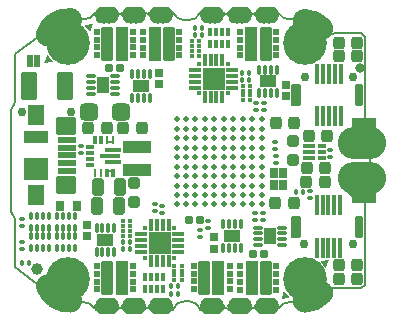
<source format=gbr>
G04 #@! TF.GenerationSoftware,KiCad,Pcbnew,6.0.4-6f826c9f35~116~ubuntu18.04.1*
G04 #@! TF.CreationDate,2022-03-27T23:11:54+02:00*
G04 #@! TF.ProjectId,ultimateFC,756c7469-6d61-4746-9546-432e6b696361,rev?*
G04 #@! TF.SameCoordinates,Original*
G04 #@! TF.FileFunction,Soldermask,Bot*
G04 #@! TF.FilePolarity,Negative*
%FSLAX46Y46*%
G04 Gerber Fmt 4.6, Leading zero omitted, Abs format (unit mm)*
G04 Created by KiCad (PCBNEW 6.0.4-6f826c9f35~116~ubuntu18.04.1) date 2022-03-27 23:11:54*
%MOMM*%
%LPD*%
G01*
G04 APERTURE LIST*
G04 Aperture macros list*
%AMRoundRect*
0 Rectangle with rounded corners*
0 $1 Rounding radius*
0 $2 $3 $4 $5 $6 $7 $8 $9 X,Y pos of 4 corners*
0 Add a 4 corners polygon primitive as box body*
4,1,4,$2,$3,$4,$5,$6,$7,$8,$9,$2,$3,0*
0 Add four circle primitives for the rounded corners*
1,1,$1+$1,$2,$3*
1,1,$1+$1,$4,$5*
1,1,$1+$1,$6,$7*
1,1,$1+$1,$8,$9*
0 Add four rect primitives between the rounded corners*
20,1,$1+$1,$2,$3,$4,$5,0*
20,1,$1+$1,$4,$5,$6,$7,0*
20,1,$1+$1,$6,$7,$8,$9,0*
20,1,$1+$1,$8,$9,$2,$3,0*%
%AMFreePoly0*
4,1,13,0.014884,0.386047,0.026047,0.374884,0.346047,-0.185116,0.348943,-0.207893,0.334884,-0.226047,0.320000,-0.230000,-0.320000,-0.230000,-0.341213,-0.221213,-0.350000,-0.200000,-0.346047,-0.185116,-0.026047,0.374884,-0.007894,0.388943,0.014884,0.386047,0.014884,0.386047,$1*%
G04 Aperture macros list end*
%ADD10C,2.000000*%
G04 #@! TA.AperFunction,Profile*
%ADD11C,0.200000*%
G04 #@! TD*
%ADD12C,3.700000*%
%ADD13O,0.500000X0.500000*%
%ADD14O,2.100000X1.400000*%
%ADD15RoundRect,0.050000X0.000000X-0.353553X0.353553X0.000000X0.000000X0.353553X-0.353553X0.000000X0*%
%ADD16O,4.100000X2.700000*%
%ADD17RoundRect,0.050000X-1.000000X-1.000000X1.000000X-1.000000X1.000000X1.000000X-1.000000X1.000000X0*%
%ADD18O,3.100000X2.100000*%
%ADD19FreePoly0,305.000000*%
%ADD20FreePoly0,135.000000*%
%ADD21FreePoly0,130.000000*%
%ADD22FreePoly0,70.000000*%
%ADD23C,0.750000*%
%ADD24RoundRect,0.268750X-0.218750X-0.256250X0.218750X-0.256250X0.218750X0.256250X-0.218750X0.256250X0*%
%ADD25RoundRect,0.268750X-0.256250X0.218750X-0.256250X-0.218750X0.256250X-0.218750X0.256250X0.218750X0*%
%ADD26RoundRect,0.050000X-0.225000X0.225000X-0.225000X-0.225000X0.225000X-0.225000X0.225000X0.225000X0*%
%ADD27RoundRect,0.050000X-0.450000X1.380000X-0.450000X-1.380000X0.450000X-1.380000X0.450000X1.380000X0*%
%ADD28RoundRect,0.050000X-0.485000X1.380000X-0.485000X-1.380000X0.485000X-1.380000X0.485000X1.380000X0*%
%ADD29RoundRect,0.197500X0.172500X-0.147500X0.172500X0.147500X-0.172500X0.147500X-0.172500X-0.147500X0*%
%ADD30RoundRect,0.112500X0.062500X-0.287500X0.062500X0.287500X-0.062500X0.287500X-0.062500X-0.287500X0*%
%ADD31RoundRect,0.050000X0.650000X-0.450000X0.650000X0.450000X-0.650000X0.450000X-0.650000X-0.450000X0*%
%ADD32RoundRect,0.112500X0.287500X0.062500X-0.287500X0.062500X-0.287500X-0.062500X0.287500X-0.062500X0*%
%ADD33RoundRect,0.050000X0.450000X0.650000X-0.450000X0.650000X-0.450000X-0.650000X0.450000X-0.650000X0*%
%ADD34RoundRect,0.050000X0.225000X-0.225000X0.225000X0.225000X-0.225000X0.225000X-0.225000X-0.225000X0*%
%ADD35RoundRect,0.050000X0.450000X-1.380000X0.450000X1.380000X-0.450000X1.380000X-0.450000X-1.380000X0*%
%ADD36RoundRect,0.050000X0.485000X-1.380000X0.485000X1.380000X-0.485000X1.380000X-0.485000X-1.380000X0*%
%ADD37RoundRect,0.197500X0.147500X0.172500X-0.147500X0.172500X-0.147500X-0.172500X0.147500X-0.172500X0*%
%ADD38RoundRect,0.300000X0.412500X0.925000X-0.412500X0.925000X-0.412500X-0.925000X0.412500X-0.925000X0*%
%ADD39RoundRect,0.080000X-0.120000X0.220000X-0.120000X-0.220000X0.120000X-0.220000X0.120000X0.220000X0*%
%ADD40RoundRect,0.080000X0.120000X-0.220000X0.120000X0.220000X-0.120000X0.220000X-0.120000X-0.220000X0*%
%ADD41RoundRect,0.197500X-0.172500X0.147500X-0.172500X-0.147500X0.172500X-0.147500X0.172500X0.147500X0*%
%ADD42RoundRect,0.197500X-0.147500X-0.172500X0.147500X-0.172500X0.147500X0.172500X-0.147500X0.172500X0*%
%ADD43RoundRect,0.125000X-0.125000X0.075000X-0.125000X-0.075000X0.125000X-0.075000X0.125000X0.075000X0*%
%ADD44RoundRect,0.130000X0.320000X0.820000X-0.320000X0.820000X-0.320000X-0.820000X0.320000X-0.820000X0*%
%ADD45RoundRect,0.105000X-0.220000X-0.845000X0.220000X-0.845000X0.220000X0.845000X-0.220000X0.845000X0*%
%ADD46RoundRect,0.080000X0.120000X0.770000X-0.120000X0.770000X-0.120000X-0.770000X0.120000X-0.770000X0*%
%ADD47RoundRect,0.080000X-0.120000X-0.770000X0.120000X-0.770000X0.120000X0.770000X-0.120000X0.770000X0*%
%ADD48RoundRect,0.070000X0.130000X-0.080000X0.130000X0.080000X-0.130000X0.080000X-0.130000X-0.080000X0*%
%ADD49RoundRect,0.070000X-0.130000X0.080000X-0.130000X-0.080000X0.130000X-0.080000X0.130000X0.080000X0*%
%ADD50RoundRect,0.050000X-0.150000X0.150000X-0.150000X-0.150000X0.150000X-0.150000X0.150000X0.150000X0*%
%ADD51RoundRect,0.050000X-0.150000X0.450000X-0.150000X-0.450000X0.150000X-0.450000X0.150000X0.450000X0*%
%ADD52RoundRect,0.050000X0.450000X0.150000X-0.450000X0.150000X-0.450000X-0.150000X0.450000X-0.150000X0*%
%ADD53RoundRect,0.050000X-0.900000X0.900000X-0.900000X-0.900000X0.900000X-0.900000X0.900000X0.900000X0*%
%ADD54RoundRect,0.112500X-0.062500X0.287500X-0.062500X-0.287500X0.062500X-0.287500X0.062500X0.287500X0*%
%ADD55RoundRect,0.050000X-0.650000X0.450000X-0.650000X-0.450000X0.650000X-0.450000X0.650000X0.450000X0*%
%ADD56RoundRect,0.112500X-0.287500X-0.062500X0.287500X-0.062500X0.287500X0.062500X-0.287500X0.062500X0*%
%ADD57RoundRect,0.050000X-0.450000X-0.650000X0.450000X-0.650000X0.450000X0.650000X-0.450000X0.650000X0*%
%ADD58RoundRect,0.050000X0.690000X-0.225000X0.690000X0.225000X-0.690000X0.225000X-0.690000X-0.225000X0*%
%ADD59RoundRect,0.050000X0.950000X-0.900000X0.950000X0.900000X-0.950000X0.900000X-0.950000X-0.900000X0*%
%ADD60RoundRect,0.050000X0.950000X-0.500000X0.950000X0.500000X-0.950000X0.500000X-0.950000X-0.500000X0*%
%ADD61RoundRect,0.050000X0.650000X-0.825000X0.650000X0.825000X-0.650000X0.825000X-0.650000X-0.825000X0*%
%ADD62RoundRect,0.121250X0.703750X-0.641250X0.703750X0.641250X-0.703750X0.641250X-0.703750X-0.641250X0*%
%ADD63RoundRect,0.050000X0.150000X-0.150000X0.150000X0.150000X-0.150000X0.150000X-0.150000X-0.150000X0*%
%ADD64RoundRect,0.050000X0.150000X-0.450000X0.150000X0.450000X-0.150000X0.450000X-0.150000X-0.450000X0*%
%ADD65RoundRect,0.050000X-0.450000X-0.150000X0.450000X-0.150000X0.450000X0.150000X-0.450000X0.150000X0*%
%ADD66RoundRect,0.050000X0.900000X-0.900000X0.900000X0.900000X-0.900000X0.900000X-0.900000X-0.900000X0*%
%ADD67RoundRect,0.268750X0.218750X0.256250X-0.218750X0.256250X-0.218750X-0.256250X0.218750X-0.256250X0*%
%ADD68RoundRect,0.125000X0.125000X-0.075000X0.125000X0.075000X-0.125000X0.075000X-0.125000X-0.075000X0*%
%ADD69RoundRect,0.125000X0.075000X0.125000X-0.075000X0.125000X-0.075000X-0.125000X0.075000X-0.125000X0*%
%ADD70RoundRect,0.125000X-0.075000X-0.125000X0.075000X-0.125000X0.075000X0.125000X-0.075000X0.125000X0*%
%ADD71RoundRect,0.050000X0.150000X-0.250000X0.150000X0.250000X-0.150000X0.250000X-0.150000X-0.250000X0*%
%ADD72RoundRect,0.050000X-0.150000X0.250000X-0.150000X-0.250000X0.150000X-0.250000X0.150000X0.250000X0*%
%ADD73RoundRect,0.050000X0.300000X0.375000X-0.300000X0.375000X-0.300000X-0.375000X0.300000X-0.375000X0*%
%ADD74RoundRect,0.050000X-0.300000X-0.350000X0.300000X-0.350000X0.300000X0.350000X-0.300000X0.350000X0*%
%ADD75RoundRect,0.050000X0.200000X0.500000X-0.200000X0.500000X-0.200000X-0.500000X0.200000X-0.500000X0*%
%ADD76C,0.500000*%
%ADD77RoundRect,0.100000X0.250000X0.075000X-0.250000X0.075000X-0.250000X-0.075000X0.250000X-0.075000X0*%
%ADD78RoundRect,0.090000X0.460000X0.060000X-0.460000X0.060000X-0.460000X-0.060000X0.460000X-0.060000X0*%
%ADD79RoundRect,0.293750X0.243750X0.456250X-0.243750X0.456250X-0.243750X-0.456250X0.243750X-0.456250X0*%
%ADD80RoundRect,0.300000X0.450000X0.425000X-0.450000X0.425000X-0.450000X-0.425000X0.450000X-0.425000X0*%
%ADD81RoundRect,0.050000X1.150000X-0.425000X1.150000X0.425000X-1.150000X0.425000X-1.150000X-0.425000X0*%
%ADD82RoundRect,0.100000X0.250000X-0.075000X0.250000X0.075000X-0.250000X0.075000X-0.250000X-0.075000X0*%
%ADD83RoundRect,0.100000X-0.075000X-0.250000X0.075000X-0.250000X0.075000X0.250000X-0.075000X0.250000X0*%
%ADD84R,0.598000X0.248000*%
%ADD85RoundRect,0.051000X-0.075000X-0.250000X0.075000X-0.250000X0.075000X0.250000X-0.075000X0.250000X0*%
%ADD86RoundRect,0.049000X-0.075000X-0.250000X0.075000X-0.250000X0.075000X0.250000X-0.075000X0.250000X0*%
%ADD87RoundRect,0.020000X0.655000X-0.105000X0.655000X0.105000X-0.655000X0.105000X-0.655000X-0.105000X0*%
%ADD88RoundRect,0.020000X0.830000X-0.105000X0.830000X0.105000X-0.830000X0.105000X-0.830000X-0.105000X0*%
%ADD89RoundRect,0.100000X0.075000X0.250000X-0.075000X0.250000X-0.075000X-0.250000X0.075000X-0.250000X0*%
%ADD90RoundRect,0.051000X0.075000X0.250000X-0.075000X0.250000X-0.075000X-0.250000X0.075000X-0.250000X0*%
%ADD91RoundRect,0.049000X0.075000X0.250000X-0.075000X0.250000X-0.075000X-0.250000X0.075000X-0.250000X0*%
%ADD92C,0.800000*%
%ADD93C,1.000000*%
G04 APERTURE END LIST*
D10*
X193900024Y-60799980D02*
G75*
G03*
X192498992Y-60155317I-1401324J-1200720D01*
G01*
X192500000Y-83850004D02*
G75*
G03*
X193901008Y-83205317I-300J1845304D01*
G01*
X170760111Y-82614891D02*
G75*
G03*
X172641421Y-83838478I1739389J616291D01*
G01*
X172631284Y-60076407D02*
G75*
G03*
X170750000Y-61300000I-141884J-1839893D01*
G01*
D11*
X198000000Y-73000000D02*
X196820000Y-73000000D01*
X196820000Y-74600000D02*
X197020000Y-74600000D01*
X197020000Y-74600000D02*
X197600000Y-74600000D01*
X196020000Y-73800000D02*
G75*
G03*
X196820000Y-74600000I800000J0D01*
G01*
X196820000Y-73000000D02*
G75*
G03*
X196020000Y-73800000I0J-800000D01*
G01*
X180080000Y-59950000D02*
X180570000Y-59949602D01*
X180570000Y-59949600D02*
G75*
G03*
X180820000Y-59699602I0J250000D01*
G01*
X180820000Y-59400000D02*
X181340000Y-59400000D01*
X180820000Y-59400000D02*
X180820000Y-59699602D01*
X179819800Y-59700000D02*
G75*
G03*
X180080000Y-59950000I250200J0D01*
G01*
X196820000Y-69400000D02*
G75*
G03*
X196020000Y-70200000I0J-800000D01*
G01*
X197020000Y-69400000D02*
X197600000Y-69400000D01*
X196820000Y-69400000D02*
X197020000Y-69400000D01*
X182700000Y-60100000D02*
X182300000Y-60100000D01*
X181367432Y-59460994D02*
X181340000Y-59400000D01*
X181367432Y-59460994D02*
G75*
G03*
X182300000Y-60100000I932568J360994D01*
G01*
X179820000Y-59400000D02*
X179470000Y-59400000D01*
X179820000Y-59400000D02*
X179820000Y-59699602D01*
X179170000Y-59560555D02*
G75*
G03*
X179470000Y-59400000I0J360555D01*
G01*
X178260000Y-59949999D02*
G75*
G03*
X178520199Y-59700000I10000J249999D01*
G01*
X178260000Y-59950000D02*
X177780000Y-59950000D01*
X178520001Y-59400000D02*
X178520000Y-59699602D01*
X175960000Y-59949999D02*
G75*
G03*
X176220199Y-59700000I10000J249999D01*
G01*
X176220001Y-59400000D02*
X176220000Y-59699601D01*
X177519800Y-59700000D02*
G75*
G03*
X177780000Y-59950000I250200J0D01*
G01*
X177520000Y-59400000D02*
X177520000Y-59699602D01*
X175220000Y-59400000D02*
X175220000Y-59699602D01*
X175960000Y-59950000D02*
X175480000Y-59950000D01*
X175219800Y-59700000D02*
G75*
G03*
X175480000Y-59950000I250200J0D01*
G01*
X174698768Y-59536778D02*
X174675268Y-59549435D01*
X178520001Y-59400000D02*
X178870000Y-59400000D01*
X178869999Y-59400000D02*
G75*
G03*
X179169999Y-59560556I300001J200000D01*
G01*
X177520000Y-59400000D02*
X177170000Y-59400000D01*
X176870000Y-59560555D02*
G75*
G03*
X177170000Y-59400000I0J360555D01*
G01*
X176220001Y-59400000D02*
X176570000Y-59400000D01*
X176569999Y-59400000D02*
G75*
G03*
X176869999Y-59560556I300001J200000D01*
G01*
X174698768Y-59536778D02*
G75*
G03*
X174870001Y-59400000I-128768J336778D01*
G01*
X175220000Y-59400000D02*
X174870001Y-59400000D01*
X184180000Y-59400000D02*
X183660000Y-59400000D01*
X184920000Y-59949999D02*
G75*
G03*
X185180199Y-59700000I10000J249999D01*
G01*
X184180000Y-59400000D02*
X184180000Y-59699602D01*
X184179999Y-59699602D02*
G75*
G03*
X184430001Y-59949601I250001J2D01*
G01*
X184920000Y-59950000D02*
X184430000Y-59949602D01*
X185180000Y-59400000D02*
X185530000Y-59400000D01*
X185530000Y-59400000D02*
G75*
G03*
X185830000Y-59560555I300000J200000D01*
G01*
X185180000Y-59400000D02*
X185180000Y-59699601D01*
X188779999Y-59400000D02*
X188780000Y-59699601D01*
X186479800Y-59700000D02*
G75*
G03*
X186740000Y-59950000I250200J0D01*
G01*
X187480000Y-59400000D02*
X187480000Y-59699602D01*
X186740000Y-59950000D02*
X187219999Y-59950000D01*
X187219999Y-59949998D02*
G75*
G03*
X187480198Y-59700000I10001J249998D01*
G01*
X186479999Y-59400000D02*
X186480000Y-59699601D01*
X188779800Y-59700000D02*
G75*
G03*
X189040000Y-59950000I250200J0D01*
G01*
X189780000Y-59400000D02*
X189780000Y-59699602D01*
X189040000Y-59950000D02*
X189520000Y-59950000D01*
X186479999Y-59400000D02*
X186130000Y-59400000D01*
X189780000Y-59400000D02*
X190129999Y-59400000D01*
X188130001Y-59560555D02*
G75*
G03*
X188430000Y-59400000I-1J360555D01*
G01*
X189520000Y-59949999D02*
G75*
G03*
X189780199Y-59700000I10000J249999D01*
G01*
X187830000Y-59400000D02*
G75*
G03*
X188130001Y-59560555I300000J200000D01*
G01*
X187480000Y-59400000D02*
X187830000Y-59400000D01*
X190301232Y-59536777D02*
X190324732Y-59549435D01*
X185830002Y-59560555D02*
G75*
G03*
X186130000Y-59400000I-2J360555D01*
G01*
X190129999Y-59400000D02*
G75*
G03*
X190301232Y-59536778I300001J200000D01*
G01*
X188779999Y-59400000D02*
X188430000Y-59400000D01*
X183632567Y-59460994D02*
X183660000Y-59400000D01*
X182700000Y-60100000D02*
G75*
G03*
X183632568Y-59460994I0J1000000D01*
G01*
X180820000Y-84600000D02*
X181340000Y-84600000D01*
X180080000Y-84050001D02*
G75*
G03*
X179819801Y-84300000I-10000J-249999D01*
G01*
X180820000Y-84600000D02*
X180820000Y-84300398D01*
X180820002Y-84300398D02*
G75*
G03*
X180570000Y-84050398I-250002J-2D01*
G01*
X180080000Y-84050000D02*
X180570000Y-84050398D01*
X179820000Y-84600000D02*
X179470000Y-84600000D01*
X179470000Y-84600000D02*
G75*
G03*
X179170000Y-84439445I-300000J-200000D01*
G01*
X179820000Y-84600000D02*
X179820000Y-84300398D01*
X176220001Y-84600000D02*
X176220000Y-84300399D01*
X178520200Y-84300000D02*
G75*
G03*
X178260000Y-84050000I-250200J0D01*
G01*
X177520000Y-84600000D02*
X177520000Y-84300398D01*
X178260000Y-84050000D02*
X177780000Y-84050000D01*
X177780000Y-84050001D02*
G75*
G03*
X177519801Y-84300000I-10000J-249999D01*
G01*
X178520001Y-84600000D02*
X178520000Y-84300398D01*
X176220200Y-84300000D02*
G75*
G03*
X175960000Y-84050000I-250200J0D01*
G01*
X175220000Y-84600000D02*
X175220000Y-84300398D01*
X175960000Y-84050000D02*
X175480000Y-84050000D01*
X178520001Y-84600000D02*
X178870000Y-84600000D01*
X175220000Y-84600000D02*
X174870001Y-84600000D01*
X176869999Y-84439445D02*
G75*
G03*
X176570000Y-84600000I1J-360555D01*
G01*
X175480000Y-84050001D02*
G75*
G03*
X175219801Y-84300000I-10000J-249999D01*
G01*
X177170000Y-84600000D02*
G75*
G03*
X176870000Y-84439445I-300000J-200000D01*
G01*
X177520000Y-84600000D02*
X177170000Y-84600000D01*
X174698768Y-84463222D02*
X174675268Y-84450565D01*
X179169999Y-84439445D02*
G75*
G03*
X178870000Y-84600000I1J-360555D01*
G01*
X174870001Y-84600000D02*
G75*
G03*
X174698768Y-84463222I-300001J-200000D01*
G01*
X176220001Y-84600000D02*
X176570000Y-84600000D01*
X184180000Y-84600000D02*
X184180000Y-84300398D01*
X188779999Y-84600000D02*
X188780000Y-84300399D01*
X187480200Y-84300000D02*
G75*
G03*
X187219999Y-84050000I-250200J0D01*
G01*
X185180000Y-84600000D02*
X185180000Y-84300399D01*
X186740000Y-84050000D02*
X187219999Y-84050000D01*
X186479999Y-84600000D02*
X186480000Y-84300399D01*
X189040000Y-84050001D02*
G75*
G03*
X188779801Y-84300000I-10000J-249999D01*
G01*
X190301232Y-84463222D02*
G75*
G03*
X190129999Y-84600000I128768J-336778D01*
G01*
X186740000Y-84050001D02*
G75*
G03*
X186479801Y-84300000I-10000J-249999D01*
G01*
X189780000Y-84600000D02*
X190129999Y-84600000D01*
X188130001Y-84439445D02*
G75*
G03*
X187830000Y-84600000I-1J-360555D01*
G01*
X185830000Y-84439445D02*
G75*
G03*
X185530000Y-84600000I0J-360555D01*
G01*
X187480000Y-84600000D02*
X187480000Y-84300398D01*
X184430001Y-84050400D02*
G75*
G03*
X184180000Y-84300398I-1J-250000D01*
G01*
X188779999Y-84600000D02*
X188430000Y-84600000D01*
X188430001Y-84600000D02*
G75*
G03*
X188130001Y-84439444I-300001J-200000D01*
G01*
X189780200Y-84300000D02*
G75*
G03*
X189520000Y-84050000I-250200J0D01*
G01*
X184920000Y-84050000D02*
X184430000Y-84050398D01*
X184180000Y-84600000D02*
X183660000Y-84600000D01*
X187480000Y-84600000D02*
X187830000Y-84600000D01*
X186130001Y-84600000D02*
G75*
G03*
X185830002Y-84439444I-300001J-200000D01*
G01*
X183632568Y-84539006D02*
G75*
G03*
X182700000Y-83900000I-932568J-360994D01*
G01*
X185180200Y-84300000D02*
G75*
G03*
X184920000Y-84050000I-250200J0D01*
G01*
X189780000Y-84600000D02*
X189780000Y-84300398D01*
X189040000Y-84050000D02*
X189520000Y-84050000D01*
X186479999Y-84600000D02*
X186130000Y-84600000D01*
X190301232Y-84463223D02*
X190324732Y-84450565D01*
X185180000Y-84600000D02*
X185530000Y-84600000D01*
X183632567Y-84539006D02*
X183660000Y-84600000D01*
X181367432Y-84539006D02*
X181340000Y-84600000D01*
X182300000Y-83900000D02*
G75*
G03*
X181367432Y-84539006I0J-1000000D01*
G01*
X182700000Y-83900000D02*
X182300000Y-83900000D01*
X191250326Y-83968348D02*
G75*
G03*
X190324732Y-84450565I-50626J-1032252D01*
G01*
X195072693Y-82785418D02*
G75*
G03*
X194750000Y-82750000I-323893J-1463282D01*
G01*
X192624881Y-83994654D02*
X191250328Y-83968303D01*
X197600000Y-82500000D02*
X197300000Y-82800000D01*
X193403000Y-83584694D02*
X193469647Y-83471754D01*
X197600000Y-74600000D02*
X197600000Y-82500000D01*
X195150000Y-82800000D02*
X197300000Y-82800000D01*
X195072691Y-82785428D02*
X195150000Y-82800000D01*
X194750000Y-82749942D02*
G75*
G03*
X193469647Y-83471754I1300J-1498758D01*
G01*
X192624881Y-83994657D02*
G75*
G03*
X193403000Y-83584694I-21881J984957D01*
G01*
X171600020Y-83574985D02*
G75*
G03*
X172300790Y-83956406I771280J582585D01*
G01*
X172300002Y-60043627D02*
G75*
G03*
X171600000Y-60425000I71298J-963973D01*
G01*
X168000000Y-63000000D02*
X170250000Y-61250000D01*
X171531783Y-60529123D02*
X171600000Y-60425000D01*
X168000000Y-63000000D02*
X168000000Y-66750000D01*
X167600000Y-67700000D02*
X167600000Y-72150000D01*
X172300790Y-83956406D02*
X173799998Y-83967062D01*
X167706139Y-67555170D02*
G75*
G03*
X168000000Y-66750000I-956139J805170D01*
G01*
X171531783Y-83470877D02*
X171600000Y-83575000D01*
X168000000Y-81000000D02*
X170250000Y-82750000D01*
X174675305Y-84450540D02*
G75*
G03*
X173799998Y-83967062I-875005J-550060D01*
G01*
X172300790Y-60043594D02*
X173799998Y-60032938D01*
X171531783Y-83470877D02*
G75*
G03*
X170250000Y-82750000I-1281783J-779123D01*
G01*
X167600000Y-67700000D02*
X167706139Y-67555170D01*
X170250000Y-61250000D02*
G75*
G03*
X171531783Y-60529123I0J1500000D01*
G01*
X167600000Y-76300001D02*
X167600000Y-72150000D01*
X168000000Y-77250001D02*
G75*
G03*
X167706139Y-76444831I-1250000J1D01*
G01*
X168000000Y-81000000D02*
X168000000Y-77250001D01*
X167600000Y-76300001D02*
X167706139Y-76444831D01*
X173800000Y-60032894D02*
G75*
G03*
X174675268Y-59549437I300J1033494D01*
G01*
X193469697Y-60528216D02*
G75*
G03*
X194750000Y-61250000I1281603J776916D01*
G01*
X193402998Y-60415307D02*
G75*
G03*
X192624881Y-60005346I-799998J-574993D01*
G01*
X192624881Y-60005346D02*
X191250328Y-60031697D01*
X197600000Y-69400000D02*
X197600000Y-61500000D01*
X195150000Y-61200000D02*
X197300000Y-61200000D01*
X195072691Y-61214572D02*
X195150000Y-61200000D01*
X194750000Y-61249990D02*
G75*
G03*
X195072691Y-61214572I-1200J1498690D01*
G01*
X193403000Y-60415306D02*
X193469647Y-60528246D01*
X198000000Y-71000000D02*
X198000000Y-73000000D01*
X190324694Y-59549459D02*
G75*
G03*
X191250328Y-60031697I875006J550059D01*
G01*
X198000000Y-71000000D02*
X196820000Y-71000000D01*
X196020000Y-70200000D02*
G75*
G03*
X196820000Y-71000000I800000J0D01*
G01*
X197600000Y-61500000D02*
X197300000Y-61200000D01*
D10*
X193900024Y-60799980D02*
G75*
G03*
X192498992Y-60155317I-1401324J-1200720D01*
G01*
X192500000Y-83850004D02*
G75*
G03*
X193901008Y-83205317I-300J1845304D01*
G01*
X170760111Y-82614891D02*
G75*
G03*
X172641421Y-83838478I1739389J616291D01*
G01*
X172631284Y-60076407D02*
G75*
G03*
X170750000Y-61300000I-141884J-1839893D01*
G01*
D11*
X198000000Y-73000000D02*
X196820000Y-73000000D01*
X196820000Y-74600000D02*
X197020000Y-74600000D01*
X197020000Y-74600000D02*
X197600000Y-74600000D01*
X196020000Y-73800000D02*
G75*
G03*
X196820000Y-74600000I800000J0D01*
G01*
X196820000Y-73000000D02*
G75*
G03*
X196020000Y-73800000I0J-800000D01*
G01*
X180080000Y-59950000D02*
X180570000Y-59949602D01*
X180570000Y-59949600D02*
G75*
G03*
X180820000Y-59699602I0J250000D01*
G01*
X180820000Y-59400000D02*
X181340000Y-59400000D01*
X180820000Y-59400000D02*
X180820000Y-59699602D01*
X179819800Y-59700000D02*
G75*
G03*
X180080000Y-59950000I250200J0D01*
G01*
X196820000Y-69400000D02*
G75*
G03*
X196020000Y-70200000I0J-800000D01*
G01*
X197020000Y-69400000D02*
X197600000Y-69400000D01*
X196820000Y-69400000D02*
X197020000Y-69400000D01*
X182700000Y-60100000D02*
X182300000Y-60100000D01*
X181367432Y-59460994D02*
X181340000Y-59400000D01*
X181367432Y-59460994D02*
G75*
G03*
X182300000Y-60100000I932568J360994D01*
G01*
X179820000Y-59400000D02*
X179470000Y-59400000D01*
X179820000Y-59400000D02*
X179820000Y-59699602D01*
X179170000Y-59560555D02*
G75*
G03*
X179470000Y-59400000I0J360555D01*
G01*
X178260000Y-59949999D02*
G75*
G03*
X178520199Y-59700000I10000J249999D01*
G01*
X178260000Y-59950000D02*
X177780000Y-59950000D01*
X178520001Y-59400000D02*
X178520000Y-59699602D01*
X175960000Y-59949999D02*
G75*
G03*
X176220199Y-59700000I10000J249999D01*
G01*
X176220001Y-59400000D02*
X176220000Y-59699601D01*
X177519800Y-59700000D02*
G75*
G03*
X177780000Y-59950000I250200J0D01*
G01*
X177520000Y-59400000D02*
X177520000Y-59699602D01*
X175220000Y-59400000D02*
X175220000Y-59699602D01*
X175960000Y-59950000D02*
X175480000Y-59950000D01*
X175219800Y-59700000D02*
G75*
G03*
X175480000Y-59950000I250200J0D01*
G01*
X174698768Y-59536778D02*
X174675268Y-59549435D01*
X178520001Y-59400000D02*
X178870000Y-59400000D01*
X178869999Y-59400000D02*
G75*
G03*
X179169999Y-59560556I300001J200000D01*
G01*
X177520000Y-59400000D02*
X177170000Y-59400000D01*
X176870000Y-59560555D02*
G75*
G03*
X177170000Y-59400000I0J360555D01*
G01*
X176220001Y-59400000D02*
X176570000Y-59400000D01*
X176569999Y-59400000D02*
G75*
G03*
X176869999Y-59560556I300001J200000D01*
G01*
X174698768Y-59536778D02*
G75*
G03*
X174870001Y-59400000I-128768J336778D01*
G01*
X175220000Y-59400000D02*
X174870001Y-59400000D01*
X184180000Y-59400000D02*
X183660000Y-59400000D01*
X184920000Y-59949999D02*
G75*
G03*
X185180199Y-59700000I10000J249999D01*
G01*
X184180000Y-59400000D02*
X184180000Y-59699602D01*
X184179999Y-59699602D02*
G75*
G03*
X184430001Y-59949601I250001J2D01*
G01*
X184920000Y-59950000D02*
X184430000Y-59949602D01*
X185180000Y-59400000D02*
X185530000Y-59400000D01*
X185530000Y-59400000D02*
G75*
G03*
X185830000Y-59560555I300000J200000D01*
G01*
X185180000Y-59400000D02*
X185180000Y-59699601D01*
X188779999Y-59400000D02*
X188780000Y-59699601D01*
X186479800Y-59700000D02*
G75*
G03*
X186740000Y-59950000I250200J0D01*
G01*
X187480000Y-59400000D02*
X187480000Y-59699602D01*
X186740000Y-59950000D02*
X187219999Y-59950000D01*
X187219999Y-59949998D02*
G75*
G03*
X187480198Y-59700000I10001J249998D01*
G01*
X186479999Y-59400000D02*
X186480000Y-59699601D01*
X188779800Y-59700000D02*
G75*
G03*
X189040000Y-59950000I250200J0D01*
G01*
X189780000Y-59400000D02*
X189780000Y-59699602D01*
X189040000Y-59950000D02*
X189520000Y-59950000D01*
X186479999Y-59400000D02*
X186130000Y-59400000D01*
X189780000Y-59400000D02*
X190129999Y-59400000D01*
X188130001Y-59560555D02*
G75*
G03*
X188430000Y-59400000I-1J360555D01*
G01*
X189520000Y-59949999D02*
G75*
G03*
X189780199Y-59700000I10000J249999D01*
G01*
X187830000Y-59400000D02*
G75*
G03*
X188130001Y-59560555I300000J200000D01*
G01*
X187480000Y-59400000D02*
X187830000Y-59400000D01*
X190301232Y-59536777D02*
X190324732Y-59549435D01*
X185830002Y-59560555D02*
G75*
G03*
X186130000Y-59400000I-2J360555D01*
G01*
X190129999Y-59400000D02*
G75*
G03*
X190301232Y-59536778I300001J200000D01*
G01*
X188779999Y-59400000D02*
X188430000Y-59400000D01*
X183632567Y-59460994D02*
X183660000Y-59400000D01*
X182700000Y-60100000D02*
G75*
G03*
X183632568Y-59460994I0J1000000D01*
G01*
X180820000Y-84600000D02*
X181340000Y-84600000D01*
X180080000Y-84050001D02*
G75*
G03*
X179819801Y-84300000I-10000J-249999D01*
G01*
X180820000Y-84600000D02*
X180820000Y-84300398D01*
X180820002Y-84300398D02*
G75*
G03*
X180570000Y-84050398I-250002J-2D01*
G01*
X180080000Y-84050000D02*
X180570000Y-84050398D01*
X179820000Y-84600000D02*
X179470000Y-84600000D01*
X179470000Y-84600000D02*
G75*
G03*
X179170000Y-84439445I-300000J-200000D01*
G01*
X179820000Y-84600000D02*
X179820000Y-84300398D01*
X176220001Y-84600000D02*
X176220000Y-84300399D01*
X178520200Y-84300000D02*
G75*
G03*
X178260000Y-84050000I-250200J0D01*
G01*
X177520000Y-84600000D02*
X177520000Y-84300398D01*
X178260000Y-84050000D02*
X177780000Y-84050000D01*
X177780000Y-84050001D02*
G75*
G03*
X177519801Y-84300000I-10000J-249999D01*
G01*
X178520001Y-84600000D02*
X178520000Y-84300398D01*
X176220200Y-84300000D02*
G75*
G03*
X175960000Y-84050000I-250200J0D01*
G01*
X175220000Y-84600000D02*
X175220000Y-84300398D01*
X175960000Y-84050000D02*
X175480000Y-84050000D01*
X178520001Y-84600000D02*
X178870000Y-84600000D01*
X175220000Y-84600000D02*
X174870001Y-84600000D01*
X176869999Y-84439445D02*
G75*
G03*
X176570000Y-84600000I1J-360555D01*
G01*
X175480000Y-84050001D02*
G75*
G03*
X175219801Y-84300000I-10000J-249999D01*
G01*
X177170000Y-84600000D02*
G75*
G03*
X176870000Y-84439445I-300000J-200000D01*
G01*
X177520000Y-84600000D02*
X177170000Y-84600000D01*
X174698768Y-84463222D02*
X174675268Y-84450565D01*
X179169999Y-84439445D02*
G75*
G03*
X178870000Y-84600000I1J-360555D01*
G01*
X174870001Y-84600000D02*
G75*
G03*
X174698768Y-84463222I-300001J-200000D01*
G01*
X176220001Y-84600000D02*
X176570000Y-84600000D01*
X184180000Y-84600000D02*
X184180000Y-84300398D01*
X188779999Y-84600000D02*
X188780000Y-84300399D01*
X187480200Y-84300000D02*
G75*
G03*
X187219999Y-84050000I-250200J0D01*
G01*
X185180000Y-84600000D02*
X185180000Y-84300399D01*
X186740000Y-84050000D02*
X187219999Y-84050000D01*
X186479999Y-84600000D02*
X186480000Y-84300399D01*
X189040000Y-84050001D02*
G75*
G03*
X188779801Y-84300000I-10000J-249999D01*
G01*
X190301232Y-84463222D02*
G75*
G03*
X190129999Y-84600000I128768J-336778D01*
G01*
X186740000Y-84050001D02*
G75*
G03*
X186479801Y-84300000I-10000J-249999D01*
G01*
X189780000Y-84600000D02*
X190129999Y-84600000D01*
X188130001Y-84439445D02*
G75*
G03*
X187830000Y-84600000I-1J-360555D01*
G01*
X185830000Y-84439445D02*
G75*
G03*
X185530000Y-84600000I0J-360555D01*
G01*
X187480000Y-84600000D02*
X187480000Y-84300398D01*
X184430001Y-84050400D02*
G75*
G03*
X184180000Y-84300398I-1J-250000D01*
G01*
X188779999Y-84600000D02*
X188430000Y-84600000D01*
X188430001Y-84600000D02*
G75*
G03*
X188130001Y-84439444I-300001J-200000D01*
G01*
X189780200Y-84300000D02*
G75*
G03*
X189520000Y-84050000I-250200J0D01*
G01*
X184920000Y-84050000D02*
X184430000Y-84050398D01*
X184180000Y-84600000D02*
X183660000Y-84600000D01*
X187480000Y-84600000D02*
X187830000Y-84600000D01*
X186130001Y-84600000D02*
G75*
G03*
X185830002Y-84439444I-300001J-200000D01*
G01*
X183632568Y-84539006D02*
G75*
G03*
X182700000Y-83900000I-932568J-360994D01*
G01*
X185180200Y-84300000D02*
G75*
G03*
X184920000Y-84050000I-250200J0D01*
G01*
X189780000Y-84600000D02*
X189780000Y-84300398D01*
X189040000Y-84050000D02*
X189520000Y-84050000D01*
X186479999Y-84600000D02*
X186130000Y-84600000D01*
X190301232Y-84463223D02*
X190324732Y-84450565D01*
X185180000Y-84600000D02*
X185530000Y-84600000D01*
X183632567Y-84539006D02*
X183660000Y-84600000D01*
X181367432Y-84539006D02*
X181340000Y-84600000D01*
X182300000Y-83900000D02*
G75*
G03*
X181367432Y-84539006I0J-1000000D01*
G01*
X182700000Y-83900000D02*
X182300000Y-83900000D01*
X191250326Y-83968348D02*
G75*
G03*
X190324732Y-84450565I-50626J-1032252D01*
G01*
X195072693Y-82785418D02*
G75*
G03*
X194750000Y-82750000I-323893J-1463282D01*
G01*
X192624881Y-83994654D02*
X191250328Y-83968303D01*
X197600000Y-82500000D02*
X197300000Y-82800000D01*
X193403000Y-83584694D02*
X193469647Y-83471754D01*
X197600000Y-74600000D02*
X197600000Y-82500000D01*
X195150000Y-82800000D02*
X197300000Y-82800000D01*
X195072691Y-82785428D02*
X195150000Y-82800000D01*
X194750000Y-82749942D02*
G75*
G03*
X193469647Y-83471754I1300J-1498758D01*
G01*
X192624881Y-83994657D02*
G75*
G03*
X193403000Y-83584694I-21881J984957D01*
G01*
X171600020Y-83574985D02*
G75*
G03*
X172300790Y-83956406I771280J582585D01*
G01*
X172300002Y-60043627D02*
G75*
G03*
X171600000Y-60425000I71298J-963973D01*
G01*
X168000000Y-63000000D02*
X170250000Y-61250000D01*
X171531783Y-60529123D02*
X171600000Y-60425000D01*
X168000000Y-63000000D02*
X168000000Y-66750000D01*
X167600000Y-67700000D02*
X167600000Y-72150000D01*
X172300790Y-83956406D02*
X173799998Y-83967062D01*
X167706139Y-67555170D02*
G75*
G03*
X168000000Y-66750000I-956139J805170D01*
G01*
X171531783Y-83470877D02*
X171600000Y-83575000D01*
X168000000Y-81000000D02*
X170250000Y-82750000D01*
X174675305Y-84450540D02*
G75*
G03*
X173799998Y-83967062I-875005J-550060D01*
G01*
X172300790Y-60043594D02*
X173799998Y-60032938D01*
X171531783Y-83470877D02*
G75*
G03*
X170250000Y-82750000I-1281783J-779123D01*
G01*
X167600000Y-67700000D02*
X167706139Y-67555170D01*
X170250000Y-61250000D02*
G75*
G03*
X171531783Y-60529123I0J1500000D01*
G01*
X167600000Y-76300001D02*
X167600000Y-72150000D01*
X168000000Y-77250001D02*
G75*
G03*
X167706139Y-76444831I-1250000J1D01*
G01*
X168000000Y-81000000D02*
X168000000Y-77250001D01*
X167600000Y-76300001D02*
X167706139Y-76444831D01*
X173800000Y-60032894D02*
G75*
G03*
X174675268Y-59549437I300J1033494D01*
G01*
X193469697Y-60528216D02*
G75*
G03*
X194750000Y-61250000I1281603J776916D01*
G01*
X193402998Y-60415307D02*
G75*
G03*
X192624881Y-60005346I-799998J-574993D01*
G01*
X192624881Y-60005346D02*
X191250328Y-60031697D01*
X197600000Y-69400000D02*
X197600000Y-61500000D01*
X195150000Y-61200000D02*
X197300000Y-61200000D01*
X195072691Y-61214572D02*
X195150000Y-61200000D01*
X194750000Y-61249990D02*
G75*
G03*
X195072691Y-61214572I-1200J1498690D01*
G01*
X193403000Y-60415306D02*
X193469647Y-60528246D01*
X198000000Y-71000000D02*
X198000000Y-73000000D01*
X190324694Y-59549459D02*
G75*
G03*
X191250328Y-60031697I875006J550059D01*
G01*
X198000000Y-71000000D02*
X196820000Y-71000000D01*
X196020000Y-70200000D02*
G75*
G03*
X196820000Y-71000000I800000J0D01*
G01*
X197600000Y-61500000D02*
X197300000Y-61200000D01*
D12*
X172500000Y-82000000D03*
X172500000Y-62000000D03*
D13*
X185280000Y-60050000D03*
X184080000Y-60050000D03*
X184880000Y-60150000D03*
X185480000Y-59700000D03*
X183880000Y-59700000D03*
X184480000Y-60150000D03*
D14*
X184680000Y-59700000D03*
D13*
X187780000Y-59700000D03*
X187180000Y-60150000D03*
X186180000Y-59700000D03*
X186380000Y-60050000D03*
X186780000Y-60150000D03*
D14*
X186980000Y-59700000D03*
D13*
X187580000Y-60050000D03*
X188480000Y-59700000D03*
D14*
X189280000Y-59700000D03*
D13*
X190080000Y-59700000D03*
X189080000Y-60150000D03*
X189480000Y-60150000D03*
X189880000Y-60050000D03*
X188680000Y-60050000D03*
D15*
X196550000Y-74700000D03*
D16*
X197350000Y-73500000D03*
D15*
X196550000Y-74700000D03*
D17*
X197550000Y-74600000D03*
D18*
X197350000Y-73800000D03*
D13*
X179520000Y-84300000D03*
X180120000Y-83850000D03*
X179720000Y-83950000D03*
X181120000Y-84300000D03*
D14*
X180320000Y-84300000D03*
D13*
X180520000Y-83850000D03*
X180920000Y-83950000D03*
X177220000Y-84300000D03*
X178620000Y-83950000D03*
X177420000Y-83950000D03*
X177820000Y-83850000D03*
D14*
X178020000Y-84300000D03*
D13*
X178220000Y-83850000D03*
X178820000Y-84300000D03*
D14*
X175720000Y-84300000D03*
D13*
X174920000Y-84300000D03*
X175520000Y-83850000D03*
X176520000Y-84300000D03*
X175920000Y-83850000D03*
X176320000Y-83950000D03*
X175120000Y-83950000D03*
D19*
X194241808Y-80665736D03*
D20*
X190807071Y-83442929D03*
D21*
X170807660Y-63443572D03*
D22*
X174259397Y-60653420D03*
D23*
X168600000Y-67900000D03*
X172700000Y-67900000D03*
D12*
X192500000Y-82000000D03*
D24*
X192822500Y-69880000D03*
X194397500Y-69880000D03*
X192650000Y-73760000D03*
X194225000Y-73760000D03*
X192675000Y-72610000D03*
X194250000Y-72610000D03*
D25*
X191540000Y-70345000D03*
X191540000Y-71920000D03*
D26*
X181890000Y-61130000D03*
X181890000Y-61780000D03*
X181890000Y-63080000D03*
D27*
X181014000Y-62105000D03*
D26*
X181890000Y-62430000D03*
D28*
X179799000Y-62105000D03*
D26*
X178818000Y-61780000D03*
X178818000Y-63080000D03*
X178818000Y-62430000D03*
X178818000Y-61130000D03*
D29*
X180160000Y-65515000D03*
X180160000Y-64545000D03*
D30*
X179420000Y-66650000D03*
X178920000Y-66650000D03*
X178420000Y-66650000D03*
X177920000Y-66650000D03*
X177920000Y-64650000D03*
X178420000Y-64650000D03*
X178920000Y-64650000D03*
X179420000Y-64650000D03*
D31*
X178670000Y-65650000D03*
D32*
X176440000Y-64850000D03*
X176440000Y-65350000D03*
X176440000Y-65850000D03*
X176440000Y-66350000D03*
X174440000Y-66350000D03*
X174440000Y-65850000D03*
X174440000Y-65350000D03*
X174440000Y-64850000D03*
D33*
X175440000Y-65600000D03*
D34*
X174900000Y-63050000D03*
X174900000Y-62400000D03*
D35*
X175776000Y-62075000D03*
D34*
X174900000Y-61750000D03*
X174900000Y-61100000D03*
D36*
X176991000Y-62075000D03*
D34*
X177972000Y-62400000D03*
X177972000Y-61100000D03*
X177972000Y-61750000D03*
X177972000Y-63050000D03*
D37*
X176900000Y-64150000D03*
X175930000Y-64150000D03*
D13*
X174920000Y-59700000D03*
X175920000Y-60150000D03*
X176520000Y-59700000D03*
X175120000Y-60050000D03*
X175520000Y-60150000D03*
X176320000Y-60050000D03*
D14*
X175720000Y-59700000D03*
D13*
X181120000Y-59700000D03*
X179520000Y-59700000D03*
X180920000Y-60050000D03*
X179720000Y-60050000D03*
D14*
X180320000Y-59700000D03*
D13*
X180520000Y-60150000D03*
X180120000Y-60150000D03*
X178620000Y-60050000D03*
X177820000Y-60150000D03*
X177220000Y-59700000D03*
X178820000Y-59700000D03*
X178220000Y-60150000D03*
X177420000Y-60050000D03*
D14*
X178020000Y-59700000D03*
D38*
X172237500Y-65700000D03*
X169162500Y-65700000D03*
D39*
X172550000Y-78400000D03*
X172050000Y-79400000D03*
X171550000Y-78400000D03*
X173050000Y-79400000D03*
X171550000Y-79400000D03*
X172050000Y-78400000D03*
X173050000Y-78400000D03*
X172550000Y-79400000D03*
D40*
X169350000Y-78400000D03*
X169850000Y-79400000D03*
X170350000Y-78400000D03*
X170850000Y-79400000D03*
X170850000Y-78400000D03*
X169350000Y-79400000D03*
X169850000Y-78400000D03*
X170350000Y-79400000D03*
D41*
X184850000Y-78485000D03*
X184850000Y-79455000D03*
D42*
X188100000Y-79860000D03*
X189070000Y-79860000D03*
D43*
X183650000Y-77845000D03*
X183650000Y-78445000D03*
D29*
X190880000Y-66530000D03*
X190880000Y-65560000D03*
D43*
X190050000Y-71600000D03*
X190050000Y-72200000D03*
D41*
X174060000Y-77435000D03*
X174060000Y-78405000D03*
D24*
X190055000Y-68820000D03*
X191630000Y-68820000D03*
X189992500Y-75540000D03*
X191567500Y-75540000D03*
D44*
X191760000Y-77570000D03*
D45*
X197110000Y-77570000D03*
D46*
X195510000Y-79370000D03*
D23*
X196560000Y-79070000D03*
X192460000Y-79070000D03*
D46*
X195010000Y-79370000D03*
X194510000Y-79370000D03*
X194010000Y-79370000D03*
X193510000Y-79370000D03*
D47*
X193510000Y-75770000D03*
X194010000Y-75770000D03*
X194510000Y-75770000D03*
X195010000Y-75770000D03*
X195510000Y-75770000D03*
D45*
X197100000Y-66425000D03*
D44*
X191800000Y-66425000D03*
D47*
X193550000Y-64625000D03*
D23*
X196600000Y-64925000D03*
X192500000Y-64925000D03*
D47*
X194050000Y-64625000D03*
X194550000Y-64625000D03*
X195050000Y-64625000D03*
X195550000Y-64625000D03*
D46*
X195550000Y-68225000D03*
X195050000Y-68225000D03*
X194550000Y-68225000D03*
X194050000Y-68225000D03*
X193550000Y-68225000D03*
D48*
X182930000Y-63100000D03*
X182930000Y-62700000D03*
D49*
X182930000Y-62300000D03*
X182930000Y-61900000D03*
X183530000Y-61900000D03*
X183530000Y-62300000D03*
D48*
X183530000Y-62700000D03*
X183530000Y-63100000D03*
D49*
X187870000Y-65660000D03*
X187870000Y-66060000D03*
D48*
X187870000Y-66460000D03*
X187870000Y-66860000D03*
X187270000Y-66860000D03*
X187270000Y-66460000D03*
D49*
X187270000Y-66060000D03*
X187270000Y-65660000D03*
X182070000Y-80900000D03*
X182070000Y-81300000D03*
D48*
X182070000Y-81700000D03*
X182070000Y-82100000D03*
X181470000Y-82100000D03*
X181470000Y-81700000D03*
D49*
X181470000Y-81300000D03*
X181470000Y-80900000D03*
D48*
X177130000Y-78340000D03*
X177130000Y-77940000D03*
D49*
X177130000Y-77540000D03*
X177130000Y-77140000D03*
X177730000Y-77140000D03*
X177730000Y-77540000D03*
D48*
X177730000Y-77940000D03*
X177730000Y-78340000D03*
D13*
X184480000Y-83850000D03*
X183880000Y-84300000D03*
X184080000Y-83950000D03*
X185480000Y-84300000D03*
D14*
X184680000Y-84300000D03*
D13*
X184880000Y-83850000D03*
X185280000Y-83950000D03*
X186780000Y-83850000D03*
X186380000Y-83950000D03*
X187180000Y-83850000D03*
X186180000Y-84300000D03*
X187780000Y-84300000D03*
X187580000Y-83950000D03*
D14*
X186980000Y-84300000D03*
D18*
X197350000Y-70200000D03*
D16*
X197350000Y-70500000D03*
D17*
X197550000Y-69400000D03*
D14*
X189280000Y-84300000D03*
D13*
X189080000Y-83850000D03*
X188680000Y-83950000D03*
X189880000Y-83950000D03*
X188480000Y-84300000D03*
X189480000Y-83850000D03*
X190080000Y-84300000D03*
D50*
X183530000Y-63800000D03*
D51*
X184030000Y-63500000D03*
X184530000Y-63500000D03*
X185030000Y-63500000D03*
X185530000Y-63500000D03*
D50*
X186030000Y-63800000D03*
D52*
X186330000Y-64300000D03*
X186330000Y-64800000D03*
X186330000Y-65300000D03*
X186330000Y-65800000D03*
D50*
X186030000Y-66300000D03*
D51*
X185530000Y-66600000D03*
X185030000Y-66600000D03*
X184530000Y-66600000D03*
X184030000Y-66600000D03*
D50*
X183530000Y-66300000D03*
D52*
X183230000Y-65800000D03*
X183230000Y-65300000D03*
X183230000Y-64800000D03*
X183230000Y-64300000D03*
D53*
X184780000Y-65050000D03*
D54*
X185570000Y-77350000D03*
X186070000Y-77350000D03*
X186570000Y-77350000D03*
X187070000Y-77350000D03*
X187070000Y-79350000D03*
X186570000Y-79350000D03*
X186070000Y-79350000D03*
X185570000Y-79350000D03*
D55*
X186320000Y-78350000D03*
D34*
X183110000Y-82870000D03*
X183110000Y-82220000D03*
X183110000Y-80920000D03*
D35*
X183986000Y-81895000D03*
D34*
X183110000Y-81570000D03*
D36*
X185201000Y-81895000D03*
D34*
X186182000Y-80920000D03*
X186182000Y-81570000D03*
X186182000Y-82220000D03*
X186182000Y-82870000D03*
D56*
X188550000Y-79150000D03*
X188550000Y-78650000D03*
X188550000Y-78150000D03*
X188550000Y-77650000D03*
X190550000Y-77650000D03*
X190550000Y-78150000D03*
X190550000Y-78650000D03*
X190550000Y-79150000D03*
D57*
X189550000Y-78400000D03*
D30*
X190120000Y-66280000D03*
X189620000Y-66280000D03*
X189120000Y-66280000D03*
X188620000Y-66280000D03*
X188620000Y-64280000D03*
X189120000Y-64280000D03*
X189620000Y-64280000D03*
X190120000Y-64280000D03*
D31*
X189370000Y-65280000D03*
D26*
X190100000Y-80950000D03*
X190100000Y-82900000D03*
X190100000Y-81600000D03*
X190100000Y-82250000D03*
D27*
X189224000Y-81925000D03*
D28*
X188009000Y-81925000D03*
D26*
X187028000Y-82900000D03*
X187028000Y-82250000D03*
X187028000Y-81600000D03*
X187028000Y-80950000D03*
X190080000Y-61110000D03*
X190080000Y-63060000D03*
D27*
X189204000Y-62085000D03*
D26*
X190080000Y-62410000D03*
X190080000Y-61760000D03*
D28*
X187989000Y-62085000D03*
D26*
X187008000Y-62410000D03*
X187008000Y-63060000D03*
X187008000Y-61760000D03*
X187008000Y-61110000D03*
D54*
X174880000Y-77720000D03*
X175380000Y-77720000D03*
X175880000Y-77720000D03*
X176380000Y-77720000D03*
X176380000Y-79720000D03*
X175880000Y-79720000D03*
X175380000Y-79720000D03*
X174880000Y-79720000D03*
D55*
X175630000Y-78720000D03*
D34*
X174920000Y-82890000D03*
X174920000Y-82240000D03*
X174920000Y-80940000D03*
X174920000Y-81590000D03*
D35*
X175796000Y-81915000D03*
D36*
X177011000Y-81915000D03*
D34*
X177992000Y-82240000D03*
X177992000Y-80940000D03*
X177992000Y-81590000D03*
X177992000Y-82890000D03*
D39*
X172550000Y-76700000D03*
X171550000Y-76700000D03*
X173050000Y-77700000D03*
X172050000Y-77700000D03*
X173050000Y-76700000D03*
X172050000Y-76700000D03*
X171550000Y-77700000D03*
X172550000Y-77700000D03*
D58*
X172395000Y-72827500D03*
X172395000Y-72177500D03*
X172395000Y-71527500D03*
X172395000Y-70877500D03*
X172395000Y-70227500D03*
D59*
X169735000Y-72677500D03*
D60*
X169735000Y-69977500D03*
D61*
X169735000Y-68152500D03*
X169735000Y-74902500D03*
D62*
X172310000Y-74015000D03*
X172310000Y-69040000D03*
D42*
X182665000Y-77050000D03*
X183635000Y-77050000D03*
D63*
X181470000Y-80200000D03*
D64*
X180970000Y-80500000D03*
X180470000Y-80500000D03*
X179970000Y-80500000D03*
X179470000Y-80500000D03*
D63*
X178970000Y-80200000D03*
D65*
X178670000Y-79700000D03*
X178670000Y-79200000D03*
X178670000Y-78700000D03*
X178670000Y-78200000D03*
D63*
X178970000Y-77700000D03*
D64*
X179470000Y-77400000D03*
X179970000Y-77400000D03*
X180470000Y-77400000D03*
X180970000Y-77400000D03*
D63*
X181470000Y-77700000D03*
D65*
X181770000Y-78200000D03*
X181770000Y-78700000D03*
X181770000Y-79200000D03*
X181770000Y-79700000D03*
D66*
X180220000Y-78950000D03*
D24*
X195362500Y-82000000D03*
X196937500Y-82000000D03*
D67*
X196937500Y-63150000D03*
X195362500Y-63150000D03*
X196940000Y-80850000D03*
X195365000Y-80850000D03*
X196937500Y-62000000D03*
X195362500Y-62000000D03*
D68*
X168550000Y-77550000D03*
X168550000Y-76950000D03*
D69*
X169160000Y-80630000D03*
X168560000Y-80630000D03*
D68*
X168600000Y-79500000D03*
X168600000Y-78900000D03*
D69*
X183830000Y-61360000D03*
X183230000Y-61360000D03*
X183820000Y-60760000D03*
X183220000Y-60760000D03*
X187820000Y-65160000D03*
X187220000Y-65160000D03*
X187820000Y-64560000D03*
X187220000Y-64560000D03*
D43*
X192910000Y-74590000D03*
X192910000Y-75190000D03*
D68*
X194650000Y-71650000D03*
X194650000Y-71050000D03*
D70*
X181170000Y-82640000D03*
X181770000Y-82640000D03*
X181170000Y-83240000D03*
X181770000Y-83240000D03*
X177140000Y-78840000D03*
X177740000Y-78840000D03*
X177150000Y-79440000D03*
X177750000Y-79440000D03*
D43*
X184350000Y-77105000D03*
X184350000Y-77705000D03*
X189950000Y-70390000D03*
X189950000Y-70990000D03*
D71*
X185980000Y-62130000D03*
X185480000Y-62130000D03*
X184980000Y-62130000D03*
X184480000Y-62130000D03*
X184480000Y-61130000D03*
X184980000Y-61130000D03*
X185480000Y-61130000D03*
X185980000Y-61130000D03*
D72*
X179020000Y-81870000D03*
X179520000Y-81870000D03*
X180020000Y-81870000D03*
X180520000Y-81870000D03*
X180520000Y-82870000D03*
X180020000Y-82870000D03*
X179520000Y-82870000D03*
X179020000Y-82870000D03*
D73*
X190700000Y-73035000D03*
X190700000Y-74085000D03*
X189900000Y-74085000D03*
X189900000Y-73035000D03*
D43*
X189030000Y-67140000D03*
X189030000Y-67740000D03*
D68*
X188930000Y-77010000D03*
X188930000Y-76410000D03*
D43*
X188410000Y-67140000D03*
X188410000Y-67740000D03*
D68*
X188330000Y-77010000D03*
X188330000Y-76410000D03*
X179840000Y-76280000D03*
X179840000Y-75680000D03*
X180450000Y-76430000D03*
X180450000Y-75830000D03*
D74*
X173200000Y-75800000D03*
X171800000Y-75800000D03*
D75*
X169800000Y-63550000D03*
X169200000Y-63550000D03*
D76*
X181650000Y-68500000D03*
X181650000Y-69300000D03*
X181650000Y-70100000D03*
X181650000Y-70900000D03*
X181650000Y-71700000D03*
X181650000Y-72500000D03*
X181650000Y-73300000D03*
X181650000Y-74100000D03*
X181650000Y-74900000D03*
X181650000Y-75700000D03*
X182450000Y-68500000D03*
X182450000Y-69300000D03*
X182450000Y-70100000D03*
X182450000Y-70900000D03*
X182450000Y-71700000D03*
X182450000Y-72500000D03*
X182450000Y-73300000D03*
X182450000Y-74100000D03*
X182450000Y-74900000D03*
X182450000Y-75700000D03*
X183250000Y-68500000D03*
X183250000Y-69300000D03*
X183250000Y-70100000D03*
X183250000Y-70900000D03*
X183250000Y-71700000D03*
X183250000Y-72500000D03*
X183250000Y-73300000D03*
X183250000Y-74100000D03*
X183250000Y-74900000D03*
X183250000Y-75700000D03*
X184050000Y-68500000D03*
X184050000Y-69300000D03*
X184050000Y-70100000D03*
X184050000Y-70900000D03*
X184050000Y-71700000D03*
X184050000Y-72500000D03*
X184050000Y-73300000D03*
X184050000Y-74100000D03*
X184050000Y-74900000D03*
X184050000Y-75700000D03*
X184850000Y-68500000D03*
X184850000Y-69300000D03*
X184850000Y-70100000D03*
X184850000Y-70900000D03*
X184850000Y-71700000D03*
X184850000Y-72500000D03*
X184850000Y-73300000D03*
X184850000Y-74100000D03*
X184850000Y-74900000D03*
X184850000Y-75700000D03*
X185650000Y-68500000D03*
X185650000Y-69300000D03*
X185650000Y-70100000D03*
X185650000Y-70900000D03*
X185650000Y-71700000D03*
X185650000Y-72500000D03*
X185650000Y-73300000D03*
X185650000Y-74100000D03*
X185650000Y-74900000D03*
X185650000Y-75700000D03*
X186450000Y-68500000D03*
X186450000Y-69300000D03*
X186450000Y-70100000D03*
X186450000Y-70900000D03*
X186450000Y-71700000D03*
X186450000Y-72500000D03*
X186450000Y-73300000D03*
X186450000Y-74100000D03*
X186450000Y-74900000D03*
X186450000Y-75700000D03*
X187250000Y-68500000D03*
X187250000Y-69300000D03*
X187250000Y-70100000D03*
X187250000Y-70900000D03*
X187250000Y-71700000D03*
X187250000Y-72500000D03*
X187250000Y-73300000D03*
X187250000Y-74100000D03*
X187250000Y-74900000D03*
X187250000Y-75700000D03*
X188050000Y-68500000D03*
X188050000Y-69300000D03*
X188050000Y-70100000D03*
X188050000Y-70900000D03*
X188050000Y-71700000D03*
X188050000Y-72500000D03*
X188050000Y-73300000D03*
X188050000Y-74100000D03*
X188050000Y-74900000D03*
X188050000Y-75700000D03*
X188850000Y-68500000D03*
X188850000Y-69300000D03*
X188850000Y-70100000D03*
X188850000Y-70900000D03*
X188850000Y-71700000D03*
X188850000Y-72500000D03*
X188850000Y-73300000D03*
X188850000Y-74100000D03*
X188850000Y-74900000D03*
X188850000Y-75700000D03*
D70*
X191750000Y-74660000D03*
X192350000Y-74660000D03*
D77*
X193950000Y-70725000D03*
X193950000Y-71225000D03*
X193950000Y-71725000D03*
D78*
X192850000Y-71725000D03*
X192850000Y-71225000D03*
X192850000Y-70725000D03*
D79*
X176840000Y-74250000D03*
X174965000Y-74250000D03*
X176810000Y-75850000D03*
X174935000Y-75850000D03*
D68*
X173600000Y-71330000D03*
X173600000Y-70730000D03*
D67*
X175740000Y-69190000D03*
X174165000Y-69190000D03*
D80*
X176920000Y-67840000D03*
X174220000Y-67840000D03*
D25*
X178040000Y-73902500D03*
X178040000Y-75477500D03*
D67*
X178707500Y-69220000D03*
X177132500Y-69220000D03*
D81*
X178320000Y-72790000D03*
X178320000Y-70840000D03*
D82*
X174305000Y-72370000D03*
X174305000Y-71870000D03*
X174305000Y-71370000D03*
X174305000Y-70870000D03*
D83*
X174730000Y-70220000D03*
X175230000Y-70220000D03*
D84*
X175980000Y-70395000D03*
D85*
X175730000Y-70220000D03*
D86*
X176230000Y-70220000D03*
D87*
X176230000Y-71120000D03*
D88*
X176055000Y-71620000D03*
D87*
X176230000Y-72120000D03*
D84*
X175980000Y-72845000D03*
D89*
X176230000Y-73020000D03*
X175730000Y-73020000D03*
D90*
X175230000Y-73020000D03*
D91*
X174730000Y-73020000D03*
D40*
X170850000Y-77700000D03*
X170350000Y-76700000D03*
X169850000Y-77700000D03*
X169350000Y-76700000D03*
X169350000Y-77700000D03*
X170350000Y-77700000D03*
X170850000Y-76700000D03*
X169850000Y-76700000D03*
D92*
X197150000Y-64175000D03*
D93*
X169875000Y-81200000D03*
D12*
X192500000Y-62000000D03*
M02*

</source>
